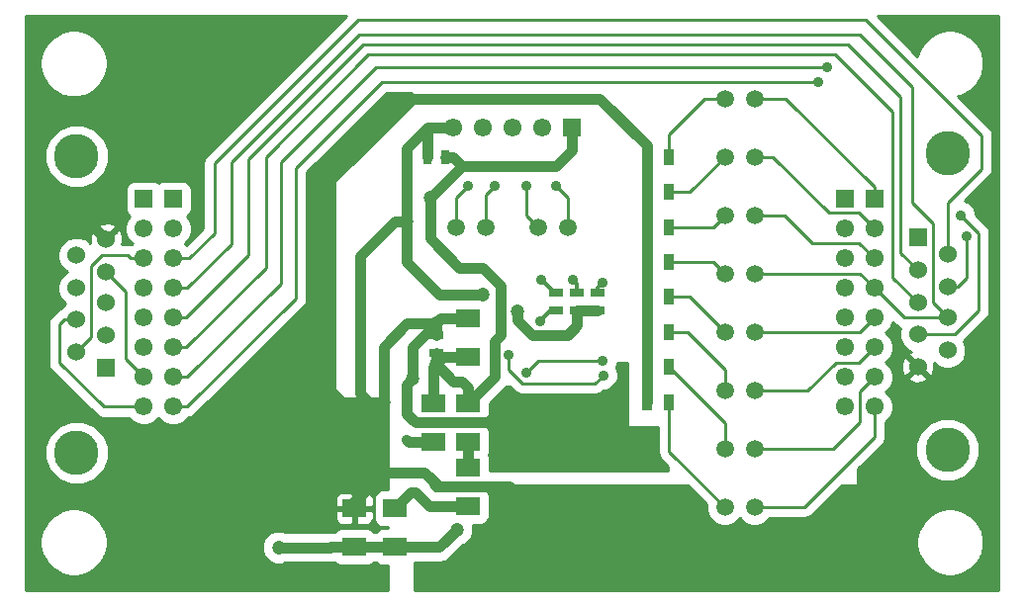
<source format=gtl>
G04 (created by PCBNEW (2013-jul-07)-stable) date nie, 28 cze 2015, 22:06:29*
%MOIN*%
G04 Gerber Fmt 3.4, Leading zero omitted, Abs format*
%FSLAX34Y34*%
G01*
G70*
G90*
G04 APERTURE LIST*
%ADD10C,0.00590551*%
%ADD11R,0.08X0.06*%
%ADD12R,0.035X0.055*%
%ADD13R,0.045X0.025*%
%ADD14C,0.0590551*%
%ADD15C,0.15*%
%ADD16R,0.06X0.06*%
%ADD17C,0.06*%
%ADD18R,0.0590551X0.0590551*%
%ADD19C,0.0610236*%
%ADD20R,0.0610236X0.0610236*%
%ADD21R,0.025X0.045*%
%ADD22C,0.0472441*%
%ADD23C,0.0354331*%
%ADD24C,0.038*%
%ADD25C,0.01*%
%ADD26C,0.014*%
G04 APERTURE END LIST*
G54D10*
G54D11*
X68799Y-28307D03*
X68799Y-27007D03*
G54D12*
X75571Y-16535D03*
X74821Y-16535D03*
X75571Y-17716D03*
X74821Y-17716D03*
X75571Y-18897D03*
X74821Y-18897D03*
X75571Y-20078D03*
X74821Y-20078D03*
X75571Y-23622D03*
X74821Y-23622D03*
G54D13*
X67716Y-22534D03*
X67716Y-23134D03*
G54D14*
X77452Y-22440D03*
X78452Y-22440D03*
X77452Y-14566D03*
X78452Y-14566D03*
X77452Y-16535D03*
X78452Y-16535D03*
X77452Y-18503D03*
X78452Y-18503D03*
X77452Y-26377D03*
X78452Y-26377D03*
X77452Y-20472D03*
X78452Y-20472D03*
X77452Y-28346D03*
X78452Y-28346D03*
X77452Y-24409D03*
X78452Y-24409D03*
G54D15*
X55602Y-26506D03*
X55602Y-16506D03*
G54D16*
X56602Y-23656D03*
G54D17*
X56602Y-22556D03*
X56602Y-21456D03*
X56602Y-20406D03*
X56602Y-19306D03*
X55602Y-19856D03*
X55602Y-20956D03*
X55602Y-22006D03*
X55602Y-23106D03*
G54D11*
X68799Y-23287D03*
X68799Y-21987D03*
G54D13*
X72466Y-21116D03*
X72466Y-21716D03*
X73166Y-21716D03*
X73166Y-21116D03*
X71766Y-21116D03*
X71766Y-21716D03*
G54D15*
X84948Y-16406D03*
X84948Y-26406D03*
G54D16*
X83948Y-19256D03*
G54D17*
X83948Y-20356D03*
X83948Y-21456D03*
X83948Y-22506D03*
X83948Y-23606D03*
X84948Y-23056D03*
X84948Y-21956D03*
X84948Y-20906D03*
X84948Y-19806D03*
G54D18*
X81496Y-17956D03*
G54D19*
X81496Y-18956D03*
X81496Y-19956D03*
X81496Y-20956D03*
X81496Y-21956D03*
X81496Y-22956D03*
X81496Y-23956D03*
X81496Y-24956D03*
G54D18*
X58858Y-17956D03*
G54D19*
X58858Y-18956D03*
X58858Y-19956D03*
X58858Y-20956D03*
X58858Y-21956D03*
X58858Y-22956D03*
X58858Y-23956D03*
X58858Y-24956D03*
G54D18*
X57874Y-17956D03*
G54D19*
X57874Y-18956D03*
X57874Y-19956D03*
X57874Y-20956D03*
X57874Y-21956D03*
X57874Y-22956D03*
X57874Y-23956D03*
X57874Y-24956D03*
G54D18*
X82480Y-17956D03*
G54D19*
X82480Y-18956D03*
X82480Y-19956D03*
X82480Y-20956D03*
X82480Y-21956D03*
X82480Y-22956D03*
X82480Y-23956D03*
X82480Y-24956D03*
G54D20*
X72283Y-15551D03*
G54D19*
X71283Y-15551D03*
X70283Y-15551D03*
X69283Y-15551D03*
X68283Y-15551D03*
G54D12*
X75571Y-24803D03*
X74821Y-24803D03*
X75571Y-21259D03*
X74821Y-21259D03*
X75571Y-22440D03*
X74821Y-22440D03*
G54D11*
X66338Y-29685D03*
X66338Y-28385D03*
X67618Y-24842D03*
X67618Y-26142D03*
X64960Y-28385D03*
X64960Y-29685D03*
G54D14*
X69397Y-18897D03*
X68397Y-18897D03*
X71153Y-18897D03*
X72153Y-18897D03*
G54D11*
X68799Y-26142D03*
X68799Y-24842D03*
G54D21*
X67416Y-16535D03*
X68016Y-16535D03*
G54D22*
X67519Y-17913D03*
X67716Y-23523D03*
G54D23*
X66732Y-26082D03*
X85400Y-18500D03*
X80900Y-13500D03*
X80600Y-14000D03*
X85600Y-19200D03*
X71751Y-17519D03*
X68799Y-17519D03*
X70167Y-23198D03*
X73346Y-23897D03*
X73326Y-23425D03*
X70767Y-23818D03*
G54D22*
X59842Y-28346D03*
X60629Y-25590D03*
X61811Y-25196D03*
X71259Y-28740D03*
X73129Y-25492D03*
X69291Y-21161D03*
X70472Y-21751D03*
X66732Y-18700D03*
X65944Y-24803D03*
X66929Y-24015D03*
X67716Y-22145D03*
G54D23*
X71266Y-20666D03*
X72322Y-20669D03*
X70767Y-17519D03*
X69685Y-17519D03*
G54D22*
X62412Y-29700D03*
X68412Y-29100D03*
G54D23*
X71216Y-22066D03*
X67027Y-27854D03*
X73326Y-20767D03*
G54D24*
X68016Y-16535D02*
X68307Y-16535D01*
X68307Y-16535D02*
X68602Y-16830D01*
X69685Y-22736D02*
X69685Y-23956D01*
X69685Y-22736D02*
X69881Y-22539D01*
X69291Y-20275D02*
X68503Y-20275D01*
X68503Y-20275D02*
X67519Y-19291D01*
X67519Y-17913D02*
X67519Y-19291D01*
X69881Y-20866D02*
X69291Y-20275D01*
X69881Y-22539D02*
X69881Y-20866D01*
X69685Y-23956D02*
X68799Y-24842D01*
X67716Y-23523D02*
X68307Y-24114D01*
X68307Y-24114D02*
X68602Y-24114D01*
X68602Y-24114D02*
X68799Y-24311D01*
X68799Y-24311D02*
X68799Y-24842D01*
X72283Y-15551D02*
X72283Y-16299D01*
X68602Y-16830D02*
X67519Y-17913D01*
X71751Y-16830D02*
X68602Y-16830D01*
X72283Y-16299D02*
X71751Y-16830D01*
X67716Y-23523D02*
X67618Y-23622D01*
X67618Y-23622D02*
X67618Y-24842D01*
X68799Y-23287D02*
X67952Y-23287D01*
X67952Y-23287D02*
X67716Y-23523D01*
X67716Y-23523D02*
X67716Y-23134D01*
X66791Y-26142D02*
X66732Y-26082D01*
X67618Y-26142D02*
X66791Y-26142D01*
G54D25*
X58858Y-20956D02*
X59325Y-20956D01*
X84448Y-21456D02*
X84948Y-21956D01*
X84448Y-18779D02*
X84448Y-21456D01*
X83759Y-18090D02*
X84448Y-18779D01*
X83759Y-14166D02*
X83759Y-18090D01*
X81988Y-12395D02*
X83759Y-14166D01*
X65131Y-12395D02*
X81988Y-12395D01*
X60814Y-16712D02*
X65131Y-12395D01*
X60814Y-19468D02*
X60814Y-16712D01*
X59325Y-20956D02*
X60814Y-19468D01*
X82480Y-20956D02*
X83480Y-21956D01*
X83480Y-21956D02*
X84948Y-21956D01*
X78452Y-20472D02*
X81996Y-20472D01*
X81996Y-20472D02*
X82480Y-20956D01*
X78452Y-16535D02*
X79055Y-16535D01*
X81948Y-18425D02*
X82480Y-18956D01*
X80944Y-18425D02*
X81948Y-18425D01*
X79055Y-16535D02*
X80944Y-18425D01*
X84948Y-18078D02*
X86100Y-16927D01*
X84948Y-19806D02*
X84948Y-18078D01*
X59390Y-19956D02*
X58858Y-19956D01*
X65088Y-11900D02*
X82177Y-11900D01*
X60249Y-16738D02*
X65088Y-11900D01*
X60249Y-19097D02*
X60249Y-16738D01*
X59390Y-19956D02*
X60249Y-19097D01*
X86100Y-15822D02*
X82177Y-11900D01*
X86100Y-16927D02*
X86100Y-15822D01*
X78452Y-18503D02*
X79448Y-18503D01*
X81972Y-19448D02*
X82480Y-19956D01*
X80393Y-19448D02*
X81972Y-19448D01*
X79448Y-18503D02*
X80393Y-19448D01*
X57874Y-19956D02*
X57437Y-19956D01*
X56102Y-22606D02*
X55602Y-23106D01*
X56102Y-20216D02*
X56102Y-22606D01*
X56476Y-19842D02*
X56102Y-20216D01*
X57322Y-19842D02*
X56476Y-19842D01*
X57437Y-19956D02*
X57322Y-19842D01*
X58858Y-23956D02*
X59343Y-23956D01*
X85193Y-22506D02*
X83948Y-22506D01*
X86000Y-21700D02*
X85193Y-22506D01*
X86000Y-19100D02*
X86000Y-21700D01*
X85400Y-18500D02*
X86000Y-19100D01*
X65700Y-13500D02*
X80900Y-13500D01*
X62500Y-16700D02*
X65700Y-13500D01*
X62500Y-20800D02*
X62500Y-16700D01*
X59343Y-23956D02*
X62500Y-20800D01*
X78452Y-26377D02*
X81102Y-26377D01*
X81988Y-24448D02*
X82480Y-23956D01*
X81988Y-25492D02*
X81988Y-24448D01*
X81102Y-26377D02*
X81988Y-25492D01*
X57874Y-23956D02*
X57263Y-23346D01*
X57263Y-21068D02*
X56602Y-20406D01*
X57263Y-23346D02*
X57263Y-21068D01*
X78452Y-14566D02*
X79488Y-14566D01*
X82480Y-17559D02*
X82480Y-17956D01*
X79488Y-14566D02*
X82480Y-17559D01*
X59343Y-24956D02*
X63000Y-21300D01*
X63000Y-21300D02*
X63000Y-16900D01*
X63000Y-16900D02*
X65900Y-14000D01*
X65900Y-14000D02*
X80600Y-14000D01*
X58858Y-24956D02*
X59343Y-24956D01*
X85293Y-20906D02*
X84948Y-20906D01*
X85600Y-20600D02*
X85293Y-20906D01*
X85600Y-19200D02*
X85600Y-20600D01*
X85600Y-19200D02*
X85600Y-19200D01*
X78452Y-28346D02*
X80118Y-28346D01*
X82480Y-25984D02*
X82480Y-24956D01*
X80118Y-28346D02*
X82480Y-25984D01*
X55602Y-22006D02*
X55198Y-22006D01*
X56511Y-24956D02*
X57874Y-24956D01*
X55019Y-23464D02*
X56511Y-24956D01*
X55019Y-22185D02*
X55019Y-23464D01*
X55198Y-22006D02*
X55019Y-22185D01*
X72153Y-18897D02*
X72153Y-17921D01*
X72153Y-17921D02*
X71751Y-17519D01*
X83948Y-20356D02*
X83367Y-19775D01*
X59299Y-21956D02*
X58858Y-21956D01*
X61401Y-19854D02*
X59299Y-21956D01*
X61401Y-16604D02*
X61401Y-19854D01*
X65262Y-12743D02*
X61401Y-16604D01*
X81604Y-12743D02*
X65262Y-12743D01*
X83367Y-14506D02*
X81604Y-12743D01*
X83367Y-19775D02*
X83367Y-14506D01*
X78452Y-22440D02*
X81996Y-22440D01*
X81996Y-22440D02*
X82480Y-21956D01*
X68397Y-17921D02*
X68397Y-18897D01*
X68799Y-17519D02*
X68397Y-17921D01*
X70167Y-23198D02*
X70167Y-23710D01*
X73070Y-24173D02*
X73346Y-23897D01*
X70629Y-24173D02*
X73070Y-24173D01*
X70167Y-23710D02*
X70629Y-24173D01*
X71161Y-23425D02*
X73326Y-23425D01*
X70767Y-23818D02*
X71161Y-23425D01*
X65438Y-13076D02*
X81176Y-13076D01*
X59307Y-22956D02*
X61987Y-20277D01*
X61987Y-20277D02*
X61987Y-16527D01*
X61987Y-16527D02*
X65438Y-13076D01*
X58858Y-22956D02*
X59307Y-22956D01*
X83100Y-20607D02*
X83948Y-21456D01*
X83100Y-15000D02*
X83100Y-20607D01*
X81176Y-13076D02*
X83100Y-15000D01*
X78452Y-24409D02*
X80236Y-24409D01*
X81972Y-23464D02*
X82480Y-22956D01*
X81181Y-23464D02*
X81972Y-23464D01*
X80236Y-24409D02*
X81181Y-23464D01*
G54D24*
X67416Y-16535D02*
X67416Y-15555D01*
X67416Y-15555D02*
X67421Y-15551D01*
X66732Y-16240D02*
X66732Y-18700D01*
X56602Y-19306D02*
X56193Y-18897D01*
X56193Y-18897D02*
X55216Y-18897D01*
X55216Y-18897D02*
X54429Y-19685D01*
X54429Y-19685D02*
X54429Y-23622D01*
X54429Y-23622D02*
X57086Y-26279D01*
X57086Y-26279D02*
X61811Y-26279D01*
X61811Y-26279D02*
X64458Y-26279D01*
X64468Y-26279D02*
X65944Y-24803D01*
X67322Y-27165D02*
X65944Y-27165D01*
X67814Y-27657D02*
X67322Y-27165D01*
X70177Y-27657D02*
X67814Y-27657D01*
X71259Y-28740D02*
X70177Y-27657D01*
X66929Y-24015D02*
X66732Y-24212D01*
X67027Y-25492D02*
X73129Y-25492D01*
X66732Y-25196D02*
X67027Y-25492D01*
X66732Y-24212D02*
X66732Y-25196D01*
X74821Y-23622D02*
X74821Y-24803D01*
X74821Y-22440D02*
X74821Y-23622D01*
X74821Y-21259D02*
X74821Y-22440D01*
X74821Y-20078D02*
X74821Y-21259D01*
X74821Y-18897D02*
X74821Y-20078D01*
X73228Y-14566D02*
X74821Y-16160D01*
X65748Y-24803D02*
X64566Y-24803D01*
X64173Y-24409D02*
X64173Y-17322D01*
X64566Y-24803D02*
X64173Y-24409D01*
X64173Y-17322D02*
X66929Y-14566D01*
X66929Y-14566D02*
X73228Y-14566D01*
X74821Y-16160D02*
X74821Y-16535D01*
X74821Y-16535D02*
X74821Y-17716D01*
X74821Y-17716D02*
X74821Y-18897D01*
X72466Y-21716D02*
X72466Y-22218D01*
X70472Y-22047D02*
X70472Y-21751D01*
X70964Y-22539D02*
X70472Y-22047D01*
X72145Y-22539D02*
X70964Y-22539D01*
X72466Y-22218D02*
X72145Y-22539D01*
X73166Y-21716D02*
X72466Y-21716D01*
X66732Y-20078D02*
X66732Y-18700D01*
X69291Y-21161D02*
X67814Y-21161D01*
X67814Y-21161D02*
X66732Y-20078D01*
X68283Y-15551D02*
X67421Y-15551D01*
X67421Y-15551D02*
X66732Y-16240D01*
X66338Y-18700D02*
X66732Y-18700D01*
X65157Y-21062D02*
X65157Y-19881D01*
X65748Y-24803D02*
X65452Y-24803D01*
X65157Y-24507D02*
X65157Y-21062D01*
X65452Y-24803D02*
X65157Y-24507D01*
X65157Y-19881D02*
X66338Y-18700D01*
X65944Y-24803D02*
X65748Y-24803D01*
X64960Y-28149D02*
X65944Y-27165D01*
X65944Y-27165D02*
X65944Y-24803D01*
X65944Y-24803D02*
X65944Y-22933D01*
X65944Y-22933D02*
X66732Y-22145D01*
X66732Y-22145D02*
X67716Y-22145D01*
X64960Y-28149D02*
X64960Y-28385D01*
X64960Y-28385D02*
X64960Y-28149D01*
X67716Y-22145D02*
X66929Y-22933D01*
X66929Y-22933D02*
X66929Y-24015D01*
X68799Y-21987D02*
X67874Y-21987D01*
X67874Y-21987D02*
X67716Y-22145D01*
X67716Y-22534D02*
X67716Y-22145D01*
G54D26*
X71766Y-21116D02*
X71716Y-21116D01*
X71716Y-21116D02*
X71266Y-20666D01*
X72466Y-21116D02*
X72466Y-20812D01*
X72466Y-20812D02*
X72322Y-20669D01*
G54D25*
X71153Y-18897D02*
X70767Y-18511D01*
X70767Y-18511D02*
X70767Y-17519D01*
X69397Y-18897D02*
X69397Y-18397D01*
X69397Y-17807D02*
X69685Y-17519D01*
X69397Y-18397D02*
X69397Y-17807D01*
X75571Y-16535D02*
X75571Y-15766D01*
X76771Y-14566D02*
X77452Y-14566D01*
X75571Y-15766D02*
X76771Y-14566D01*
X75571Y-17716D02*
X76271Y-17716D01*
X76271Y-17716D02*
X77452Y-16535D01*
X75571Y-18897D02*
X77059Y-18897D01*
X77059Y-18897D02*
X77452Y-18503D01*
X75571Y-23622D02*
X77452Y-25502D01*
X77452Y-25502D02*
X77452Y-26377D01*
X75571Y-24803D02*
X75571Y-26465D01*
X75571Y-26465D02*
X77452Y-28346D01*
X75571Y-21259D02*
X76271Y-21259D01*
X76271Y-21259D02*
X77452Y-22440D01*
G54D24*
X68799Y-27007D02*
X68799Y-26142D01*
X62412Y-29700D02*
X64148Y-29700D01*
X64163Y-29685D02*
X64960Y-29685D01*
X64148Y-29700D02*
X64163Y-29685D01*
X66338Y-29685D02*
X67827Y-29685D01*
X67827Y-29685D02*
X68412Y-29100D01*
X64960Y-29685D02*
X65590Y-29685D01*
X65590Y-29685D02*
X66338Y-29685D01*
G54D25*
X75571Y-22440D02*
X76181Y-22440D01*
X77452Y-23712D02*
X77452Y-24409D01*
X76181Y-22440D02*
X77452Y-23712D01*
G54D26*
X71766Y-21716D02*
X71566Y-21716D01*
X71566Y-21716D02*
X71216Y-22066D01*
G54D24*
X67027Y-27854D02*
X67480Y-28307D01*
X67480Y-28307D02*
X68799Y-28307D01*
X66338Y-28385D02*
X66869Y-27854D01*
X66869Y-27854D02*
X67027Y-27854D01*
G54D25*
X75571Y-20078D02*
X77059Y-20078D01*
X77059Y-20078D02*
X77452Y-20472D01*
G54D26*
X73166Y-21116D02*
X73166Y-20927D01*
X73166Y-20927D02*
X73326Y-20767D01*
G54D10*
G36*
X66879Y-14546D02*
X64123Y-17302D01*
X64123Y-24430D01*
X64546Y-24853D01*
X66091Y-24853D01*
X66091Y-27759D01*
X65874Y-27759D01*
X65754Y-27809D01*
X65662Y-27900D01*
X65613Y-28020D01*
X65612Y-28149D01*
X65612Y-28749D01*
X65662Y-28869D01*
X65753Y-28961D01*
X65873Y-29010D01*
X66003Y-29011D01*
X66091Y-29011D01*
X66091Y-29059D01*
X65874Y-29059D01*
X65754Y-29109D01*
X65693Y-29169D01*
X65610Y-29169D01*
X65610Y-28734D01*
X65610Y-28035D01*
X65572Y-27944D01*
X65502Y-27873D01*
X65410Y-27835D01*
X65311Y-27835D01*
X65073Y-27835D01*
X65010Y-27897D01*
X65010Y-28335D01*
X65548Y-28335D01*
X65610Y-28272D01*
X65610Y-28035D01*
X65610Y-28734D01*
X65610Y-28497D01*
X65548Y-28435D01*
X65010Y-28435D01*
X65010Y-28872D01*
X65073Y-28935D01*
X65311Y-28935D01*
X65410Y-28935D01*
X65502Y-28897D01*
X65572Y-28826D01*
X65610Y-28734D01*
X65610Y-29169D01*
X65605Y-29169D01*
X65545Y-29109D01*
X65425Y-29059D01*
X65296Y-29059D01*
X64910Y-29059D01*
X64910Y-28872D01*
X64910Y-28435D01*
X64910Y-28335D01*
X64910Y-27897D01*
X64848Y-27835D01*
X64610Y-27835D01*
X64510Y-27835D01*
X64418Y-27873D01*
X64348Y-27944D01*
X64310Y-28035D01*
X64310Y-28272D01*
X64373Y-28335D01*
X64910Y-28335D01*
X64910Y-28435D01*
X64373Y-28435D01*
X64310Y-28497D01*
X64310Y-28734D01*
X64348Y-28826D01*
X64418Y-28897D01*
X64510Y-28935D01*
X64610Y-28935D01*
X64848Y-28935D01*
X64910Y-28872D01*
X64910Y-29059D01*
X64496Y-29059D01*
X64376Y-29109D01*
X64315Y-29169D01*
X64163Y-29169D01*
X64090Y-29184D01*
X62636Y-29184D01*
X62525Y-29138D01*
X62301Y-29138D01*
X62095Y-29223D01*
X61936Y-29381D01*
X61851Y-29587D01*
X61851Y-29811D01*
X61936Y-30017D01*
X62094Y-30176D01*
X62300Y-30261D01*
X62524Y-30261D01*
X62636Y-30215D01*
X64148Y-30215D01*
X64222Y-30201D01*
X64315Y-30201D01*
X64375Y-30261D01*
X64495Y-30310D01*
X64625Y-30311D01*
X65425Y-30311D01*
X65544Y-30261D01*
X65605Y-30201D01*
X65693Y-30201D01*
X65753Y-30261D01*
X65873Y-30310D01*
X66003Y-30311D01*
X66091Y-30311D01*
X66091Y-31140D01*
X56678Y-31140D01*
X56678Y-26293D01*
X56514Y-25898D01*
X56212Y-25595D01*
X55817Y-25431D01*
X55389Y-25430D01*
X54993Y-25594D01*
X54691Y-25896D01*
X54526Y-26291D01*
X54526Y-26719D01*
X54689Y-27115D01*
X54992Y-27418D01*
X55387Y-27582D01*
X55815Y-27582D01*
X56210Y-27419D01*
X56513Y-27116D01*
X56677Y-26721D01*
X56678Y-26293D01*
X56678Y-31140D01*
X56647Y-31140D01*
X56647Y-29596D01*
X56647Y-29527D01*
X56647Y-29458D01*
X56647Y-29458D01*
X56647Y-29457D01*
X56587Y-29156D01*
X56534Y-29028D01*
X56533Y-29027D01*
X56364Y-28774D01*
X56363Y-28773D01*
X56265Y-28675D01*
X56010Y-28504D01*
X55882Y-28451D01*
X55880Y-28451D01*
X55581Y-28392D01*
X55580Y-28391D01*
X55442Y-28391D01*
X55140Y-28451D01*
X55012Y-28504D01*
X55011Y-28505D01*
X54758Y-28675D01*
X54757Y-28675D01*
X54659Y-28773D01*
X54488Y-29029D01*
X54435Y-29157D01*
X54435Y-29158D01*
X54376Y-29457D01*
X54376Y-29458D01*
X54376Y-29458D01*
X54376Y-29527D01*
X54376Y-29596D01*
X54376Y-29596D01*
X54376Y-29597D01*
X54435Y-29896D01*
X54435Y-29897D01*
X54488Y-30025D01*
X54659Y-30281D01*
X54757Y-30379D01*
X54758Y-30380D01*
X55011Y-30549D01*
X55012Y-30550D01*
X55140Y-30603D01*
X55442Y-30663D01*
X55580Y-30663D01*
X55581Y-30663D01*
X55880Y-30603D01*
X55882Y-30603D01*
X56010Y-30550D01*
X56265Y-30380D01*
X56363Y-30282D01*
X56364Y-30280D01*
X56533Y-30027D01*
X56534Y-30026D01*
X56587Y-29898D01*
X56647Y-29597D01*
X56647Y-29596D01*
X56647Y-29596D01*
X56647Y-31140D01*
X53898Y-31140D01*
X53898Y-11772D01*
X64684Y-11772D01*
X59984Y-16473D01*
X59902Y-16594D01*
X59874Y-16738D01*
X59874Y-18942D01*
X59304Y-19511D01*
X59250Y-19456D01*
X59392Y-19314D01*
X59488Y-19082D01*
X59489Y-18831D01*
X59393Y-18599D01*
X59326Y-18532D01*
X59337Y-18528D01*
X59429Y-18436D01*
X59479Y-18317D01*
X59479Y-18187D01*
X59479Y-17596D01*
X59429Y-17477D01*
X59338Y-17385D01*
X59218Y-17335D01*
X59089Y-17335D01*
X58498Y-17335D01*
X58378Y-17385D01*
X58366Y-17397D01*
X58353Y-17385D01*
X58234Y-17335D01*
X58104Y-17335D01*
X57514Y-17335D01*
X57394Y-17385D01*
X57302Y-17476D01*
X57253Y-17596D01*
X57253Y-17725D01*
X57253Y-18316D01*
X57302Y-18436D01*
X57394Y-18527D01*
X57405Y-18532D01*
X57339Y-18598D01*
X57243Y-18830D01*
X57243Y-19081D01*
X57339Y-19313D01*
X57482Y-19456D01*
X57447Y-19491D01*
X57322Y-19466D01*
X57129Y-19466D01*
X57157Y-19388D01*
X57146Y-19169D01*
X57083Y-19018D01*
X56988Y-18991D01*
X56917Y-19062D01*
X56917Y-18920D01*
X56890Y-18825D01*
X56684Y-18751D01*
X56678Y-18752D01*
X56678Y-16293D01*
X56647Y-16220D01*
X56647Y-13454D01*
X56647Y-13385D01*
X56647Y-13316D01*
X56647Y-13316D01*
X56647Y-13316D01*
X56587Y-13014D01*
X56534Y-12886D01*
X56533Y-12885D01*
X56364Y-12632D01*
X56363Y-12631D01*
X56265Y-12533D01*
X56010Y-12362D01*
X55882Y-12310D01*
X55880Y-12310D01*
X55581Y-12250D01*
X55580Y-12249D01*
X55442Y-12249D01*
X55140Y-12310D01*
X55012Y-12363D01*
X55011Y-12364D01*
X54758Y-12533D01*
X54757Y-12533D01*
X54659Y-12631D01*
X54488Y-12887D01*
X54435Y-13015D01*
X54435Y-13016D01*
X54376Y-13316D01*
X54376Y-13316D01*
X54376Y-13316D01*
X54376Y-13385D01*
X54376Y-13454D01*
X54376Y-13455D01*
X54376Y-13455D01*
X54435Y-13754D01*
X54435Y-13756D01*
X54488Y-13884D01*
X54659Y-14139D01*
X54757Y-14237D01*
X54758Y-14238D01*
X55011Y-14407D01*
X55012Y-14408D01*
X55140Y-14461D01*
X55442Y-14521D01*
X55580Y-14521D01*
X55581Y-14521D01*
X55880Y-14461D01*
X55882Y-14461D01*
X56010Y-14408D01*
X56265Y-14238D01*
X56363Y-14140D01*
X56364Y-14139D01*
X56533Y-13885D01*
X56534Y-13884D01*
X56587Y-13756D01*
X56647Y-13455D01*
X56647Y-13455D01*
X56647Y-13454D01*
X56647Y-16220D01*
X56514Y-15898D01*
X56212Y-15595D01*
X55817Y-15431D01*
X55389Y-15430D01*
X54993Y-15594D01*
X54691Y-15896D01*
X54526Y-16291D01*
X54526Y-16719D01*
X54689Y-17115D01*
X54992Y-17418D01*
X55387Y-17582D01*
X55815Y-17582D01*
X56210Y-17419D01*
X56513Y-17116D01*
X56677Y-16721D01*
X56678Y-16293D01*
X56678Y-18752D01*
X56465Y-18762D01*
X56314Y-18825D01*
X56287Y-18920D01*
X56602Y-19235D01*
X56917Y-18920D01*
X56917Y-19062D01*
X56673Y-19306D01*
X56678Y-19312D01*
X56607Y-19382D01*
X56602Y-19377D01*
X56596Y-19382D01*
X56526Y-19312D01*
X56531Y-19306D01*
X56216Y-18991D01*
X56121Y-19018D01*
X56047Y-19224D01*
X56057Y-19427D01*
X55957Y-19326D01*
X55727Y-19231D01*
X55478Y-19230D01*
X55248Y-19326D01*
X55072Y-19501D01*
X54976Y-19731D01*
X54976Y-19980D01*
X55071Y-20210D01*
X55247Y-20386D01*
X55295Y-20406D01*
X55248Y-20426D01*
X55072Y-20601D01*
X54976Y-20831D01*
X54976Y-21080D01*
X55071Y-21310D01*
X55242Y-21481D01*
X55072Y-21651D01*
X55070Y-21656D01*
X55054Y-21659D01*
X54932Y-21741D01*
X54932Y-21741D01*
X54754Y-21919D01*
X54672Y-22041D01*
X54644Y-22185D01*
X54644Y-23464D01*
X54672Y-23608D01*
X54754Y-23730D01*
X56246Y-25222D01*
X56368Y-25303D01*
X56511Y-25332D01*
X57357Y-25332D01*
X57516Y-25491D01*
X57748Y-25587D01*
X57998Y-25587D01*
X58230Y-25491D01*
X58366Y-25356D01*
X58500Y-25491D01*
X58732Y-25587D01*
X58983Y-25587D01*
X59215Y-25491D01*
X59382Y-25324D01*
X59487Y-25303D01*
X59608Y-25222D01*
X63265Y-21565D01*
X63265Y-21565D01*
X63265Y-21565D01*
X63347Y-21443D01*
X63375Y-21300D01*
X63375Y-17055D01*
X66055Y-14375D01*
X66879Y-14375D01*
X66879Y-14546D01*
X66879Y-14546D01*
G37*
G54D25*
X66879Y-14546D02*
X64123Y-17302D01*
X64123Y-24430D01*
X64546Y-24853D01*
X66091Y-24853D01*
X66091Y-27759D01*
X65874Y-27759D01*
X65754Y-27809D01*
X65662Y-27900D01*
X65613Y-28020D01*
X65612Y-28149D01*
X65612Y-28749D01*
X65662Y-28869D01*
X65753Y-28961D01*
X65873Y-29010D01*
X66003Y-29011D01*
X66091Y-29011D01*
X66091Y-29059D01*
X65874Y-29059D01*
X65754Y-29109D01*
X65693Y-29169D01*
X65610Y-29169D01*
X65610Y-28734D01*
X65610Y-28035D01*
X65572Y-27944D01*
X65502Y-27873D01*
X65410Y-27835D01*
X65311Y-27835D01*
X65073Y-27835D01*
X65010Y-27897D01*
X65010Y-28335D01*
X65548Y-28335D01*
X65610Y-28272D01*
X65610Y-28035D01*
X65610Y-28734D01*
X65610Y-28497D01*
X65548Y-28435D01*
X65010Y-28435D01*
X65010Y-28872D01*
X65073Y-28935D01*
X65311Y-28935D01*
X65410Y-28935D01*
X65502Y-28897D01*
X65572Y-28826D01*
X65610Y-28734D01*
X65610Y-29169D01*
X65605Y-29169D01*
X65545Y-29109D01*
X65425Y-29059D01*
X65296Y-29059D01*
X64910Y-29059D01*
X64910Y-28872D01*
X64910Y-28435D01*
X64910Y-28335D01*
X64910Y-27897D01*
X64848Y-27835D01*
X64610Y-27835D01*
X64510Y-27835D01*
X64418Y-27873D01*
X64348Y-27944D01*
X64310Y-28035D01*
X64310Y-28272D01*
X64373Y-28335D01*
X64910Y-28335D01*
X64910Y-28435D01*
X64373Y-28435D01*
X64310Y-28497D01*
X64310Y-28734D01*
X64348Y-28826D01*
X64418Y-28897D01*
X64510Y-28935D01*
X64610Y-28935D01*
X64848Y-28935D01*
X64910Y-28872D01*
X64910Y-29059D01*
X64496Y-29059D01*
X64376Y-29109D01*
X64315Y-29169D01*
X64163Y-29169D01*
X64090Y-29184D01*
X62636Y-29184D01*
X62525Y-29138D01*
X62301Y-29138D01*
X62095Y-29223D01*
X61936Y-29381D01*
X61851Y-29587D01*
X61851Y-29811D01*
X61936Y-30017D01*
X62094Y-30176D01*
X62300Y-30261D01*
X62524Y-30261D01*
X62636Y-30215D01*
X64148Y-30215D01*
X64222Y-30201D01*
X64315Y-30201D01*
X64375Y-30261D01*
X64495Y-30310D01*
X64625Y-30311D01*
X65425Y-30311D01*
X65544Y-30261D01*
X65605Y-30201D01*
X65693Y-30201D01*
X65753Y-30261D01*
X65873Y-30310D01*
X66003Y-30311D01*
X66091Y-30311D01*
X66091Y-31140D01*
X56678Y-31140D01*
X56678Y-26293D01*
X56514Y-25898D01*
X56212Y-25595D01*
X55817Y-25431D01*
X55389Y-25430D01*
X54993Y-25594D01*
X54691Y-25896D01*
X54526Y-26291D01*
X54526Y-26719D01*
X54689Y-27115D01*
X54992Y-27418D01*
X55387Y-27582D01*
X55815Y-27582D01*
X56210Y-27419D01*
X56513Y-27116D01*
X56677Y-26721D01*
X56678Y-26293D01*
X56678Y-31140D01*
X56647Y-31140D01*
X56647Y-29596D01*
X56647Y-29527D01*
X56647Y-29458D01*
X56647Y-29458D01*
X56647Y-29457D01*
X56587Y-29156D01*
X56534Y-29028D01*
X56533Y-29027D01*
X56364Y-28774D01*
X56363Y-28773D01*
X56265Y-28675D01*
X56010Y-28504D01*
X55882Y-28451D01*
X55880Y-28451D01*
X55581Y-28392D01*
X55580Y-28391D01*
X55442Y-28391D01*
X55140Y-28451D01*
X55012Y-28504D01*
X55011Y-28505D01*
X54758Y-28675D01*
X54757Y-28675D01*
X54659Y-28773D01*
X54488Y-29029D01*
X54435Y-29157D01*
X54435Y-29158D01*
X54376Y-29457D01*
X54376Y-29458D01*
X54376Y-29458D01*
X54376Y-29527D01*
X54376Y-29596D01*
X54376Y-29596D01*
X54376Y-29597D01*
X54435Y-29896D01*
X54435Y-29897D01*
X54488Y-30025D01*
X54659Y-30281D01*
X54757Y-30379D01*
X54758Y-30380D01*
X55011Y-30549D01*
X55012Y-30550D01*
X55140Y-30603D01*
X55442Y-30663D01*
X55580Y-30663D01*
X55581Y-30663D01*
X55880Y-30603D01*
X55882Y-30603D01*
X56010Y-30550D01*
X56265Y-30380D01*
X56363Y-30282D01*
X56364Y-30280D01*
X56533Y-30027D01*
X56534Y-30026D01*
X56587Y-29898D01*
X56647Y-29597D01*
X56647Y-29596D01*
X56647Y-29596D01*
X56647Y-31140D01*
X53898Y-31140D01*
X53898Y-11772D01*
X64684Y-11772D01*
X59984Y-16473D01*
X59902Y-16594D01*
X59874Y-16738D01*
X59874Y-18942D01*
X59304Y-19511D01*
X59250Y-19456D01*
X59392Y-19314D01*
X59488Y-19082D01*
X59489Y-18831D01*
X59393Y-18599D01*
X59326Y-18532D01*
X59337Y-18528D01*
X59429Y-18436D01*
X59479Y-18317D01*
X59479Y-18187D01*
X59479Y-17596D01*
X59429Y-17477D01*
X59338Y-17385D01*
X59218Y-17335D01*
X59089Y-17335D01*
X58498Y-17335D01*
X58378Y-17385D01*
X58366Y-17397D01*
X58353Y-17385D01*
X58234Y-17335D01*
X58104Y-17335D01*
X57514Y-17335D01*
X57394Y-17385D01*
X57302Y-17476D01*
X57253Y-17596D01*
X57253Y-17725D01*
X57253Y-18316D01*
X57302Y-18436D01*
X57394Y-18527D01*
X57405Y-18532D01*
X57339Y-18598D01*
X57243Y-18830D01*
X57243Y-19081D01*
X57339Y-19313D01*
X57482Y-19456D01*
X57447Y-19491D01*
X57322Y-19466D01*
X57129Y-19466D01*
X57157Y-19388D01*
X57146Y-19169D01*
X57083Y-19018D01*
X56988Y-18991D01*
X56917Y-19062D01*
X56917Y-18920D01*
X56890Y-18825D01*
X56684Y-18751D01*
X56678Y-18752D01*
X56678Y-16293D01*
X56647Y-16220D01*
X56647Y-13454D01*
X56647Y-13385D01*
X56647Y-13316D01*
X56647Y-13316D01*
X56647Y-13316D01*
X56587Y-13014D01*
X56534Y-12886D01*
X56533Y-12885D01*
X56364Y-12632D01*
X56363Y-12631D01*
X56265Y-12533D01*
X56010Y-12362D01*
X55882Y-12310D01*
X55880Y-12310D01*
X55581Y-12250D01*
X55580Y-12249D01*
X55442Y-12249D01*
X55140Y-12310D01*
X55012Y-12363D01*
X55011Y-12364D01*
X54758Y-12533D01*
X54757Y-12533D01*
X54659Y-12631D01*
X54488Y-12887D01*
X54435Y-13015D01*
X54435Y-13016D01*
X54376Y-13316D01*
X54376Y-13316D01*
X54376Y-13316D01*
X54376Y-13385D01*
X54376Y-13454D01*
X54376Y-13455D01*
X54376Y-13455D01*
X54435Y-13754D01*
X54435Y-13756D01*
X54488Y-13884D01*
X54659Y-14139D01*
X54757Y-14237D01*
X54758Y-14238D01*
X55011Y-14407D01*
X55012Y-14408D01*
X55140Y-14461D01*
X55442Y-14521D01*
X55580Y-14521D01*
X55581Y-14521D01*
X55880Y-14461D01*
X55882Y-14461D01*
X56010Y-14408D01*
X56265Y-14238D01*
X56363Y-14140D01*
X56364Y-14139D01*
X56533Y-13885D01*
X56534Y-13884D01*
X56587Y-13756D01*
X56647Y-13455D01*
X56647Y-13455D01*
X56647Y-13454D01*
X56647Y-16220D01*
X56514Y-15898D01*
X56212Y-15595D01*
X55817Y-15431D01*
X55389Y-15430D01*
X54993Y-15594D01*
X54691Y-15896D01*
X54526Y-16291D01*
X54526Y-16719D01*
X54689Y-17115D01*
X54992Y-17418D01*
X55387Y-17582D01*
X55815Y-17582D01*
X56210Y-17419D01*
X56513Y-17116D01*
X56677Y-16721D01*
X56678Y-16293D01*
X56678Y-18752D01*
X56465Y-18762D01*
X56314Y-18825D01*
X56287Y-18920D01*
X56602Y-19235D01*
X56917Y-18920D01*
X56917Y-19062D01*
X56673Y-19306D01*
X56678Y-19312D01*
X56607Y-19382D01*
X56602Y-19377D01*
X56596Y-19382D01*
X56526Y-19312D01*
X56531Y-19306D01*
X56216Y-18991D01*
X56121Y-19018D01*
X56047Y-19224D01*
X56057Y-19427D01*
X55957Y-19326D01*
X55727Y-19231D01*
X55478Y-19230D01*
X55248Y-19326D01*
X55072Y-19501D01*
X54976Y-19731D01*
X54976Y-19980D01*
X55071Y-20210D01*
X55247Y-20386D01*
X55295Y-20406D01*
X55248Y-20426D01*
X55072Y-20601D01*
X54976Y-20831D01*
X54976Y-21080D01*
X55071Y-21310D01*
X55242Y-21481D01*
X55072Y-21651D01*
X55070Y-21656D01*
X55054Y-21659D01*
X54932Y-21741D01*
X54932Y-21741D01*
X54754Y-21919D01*
X54672Y-22041D01*
X54644Y-22185D01*
X54644Y-23464D01*
X54672Y-23608D01*
X54754Y-23730D01*
X56246Y-25222D01*
X56368Y-25303D01*
X56511Y-25332D01*
X57357Y-25332D01*
X57516Y-25491D01*
X57748Y-25587D01*
X57998Y-25587D01*
X58230Y-25491D01*
X58366Y-25356D01*
X58500Y-25491D01*
X58732Y-25587D01*
X58983Y-25587D01*
X59215Y-25491D01*
X59382Y-25324D01*
X59487Y-25303D01*
X59608Y-25222D01*
X63265Y-21565D01*
X63265Y-21565D01*
X63265Y-21565D01*
X63347Y-21443D01*
X63375Y-21300D01*
X63375Y-17055D01*
X66055Y-14375D01*
X66879Y-14375D01*
X66879Y-14546D01*
G54D10*
G36*
X86652Y-31140D02*
X86175Y-31140D01*
X86175Y-29596D01*
X86175Y-29527D01*
X86175Y-29458D01*
X86175Y-29458D01*
X86175Y-29457D01*
X86115Y-29156D01*
X86061Y-29028D01*
X86060Y-29027D01*
X86024Y-28973D01*
X86024Y-26193D01*
X85861Y-25798D01*
X85558Y-25495D01*
X85163Y-25331D01*
X84735Y-25330D01*
X84340Y-25494D01*
X84264Y-25570D01*
X84264Y-23992D01*
X83948Y-23677D01*
X83878Y-23748D01*
X83878Y-23606D01*
X83562Y-23291D01*
X83467Y-23318D01*
X83394Y-23524D01*
X83404Y-23743D01*
X83467Y-23894D01*
X83562Y-23921D01*
X83878Y-23606D01*
X83878Y-23748D01*
X83633Y-23992D01*
X83660Y-24087D01*
X83867Y-24161D01*
X84085Y-24150D01*
X84236Y-24087D01*
X84264Y-23992D01*
X84264Y-25570D01*
X84037Y-25796D01*
X83873Y-26191D01*
X83873Y-26619D01*
X84036Y-27015D01*
X84338Y-27318D01*
X84733Y-27482D01*
X85161Y-27482D01*
X85557Y-27319D01*
X85860Y-27016D01*
X86024Y-26621D01*
X86024Y-26193D01*
X86024Y-28973D01*
X85891Y-28774D01*
X85891Y-28773D01*
X85793Y-28675D01*
X85537Y-28504D01*
X85409Y-28451D01*
X85408Y-28451D01*
X85109Y-28392D01*
X85108Y-28391D01*
X84969Y-28391D01*
X84668Y-28451D01*
X84540Y-28504D01*
X84539Y-28505D01*
X84285Y-28675D01*
X84284Y-28675D01*
X84186Y-28773D01*
X84016Y-29029D01*
X83963Y-29157D01*
X83963Y-29158D01*
X83903Y-29457D01*
X83903Y-29458D01*
X83903Y-29458D01*
X83903Y-29527D01*
X83903Y-29596D01*
X83903Y-29596D01*
X83903Y-29597D01*
X83963Y-29896D01*
X83963Y-29897D01*
X84016Y-30025D01*
X84186Y-30281D01*
X84284Y-30379D01*
X84285Y-30380D01*
X84539Y-30549D01*
X84540Y-30550D01*
X84668Y-30603D01*
X84969Y-30663D01*
X85108Y-30663D01*
X85109Y-30663D01*
X85408Y-30603D01*
X85409Y-30603D01*
X85537Y-30550D01*
X85793Y-30380D01*
X85891Y-30282D01*
X85891Y-30280D01*
X86060Y-30027D01*
X86061Y-30026D01*
X86115Y-29898D01*
X86175Y-29597D01*
X86175Y-29596D01*
X86175Y-29596D01*
X86175Y-31140D01*
X66979Y-31140D01*
X66979Y-30205D01*
X66983Y-30201D01*
X67827Y-30201D01*
X68024Y-30161D01*
X68024Y-30161D01*
X68192Y-30050D01*
X68619Y-29622D01*
X68730Y-29576D01*
X68888Y-29418D01*
X68974Y-29212D01*
X68974Y-28988D01*
X68951Y-28933D01*
X69263Y-28933D01*
X69383Y-28883D01*
X69475Y-28792D01*
X69524Y-28672D01*
X69524Y-28543D01*
X69524Y-27943D01*
X69475Y-27823D01*
X69383Y-27731D01*
X69264Y-27681D01*
X69134Y-27681D01*
X68334Y-27681D01*
X68215Y-27731D01*
X68154Y-27791D01*
X67694Y-27791D01*
X67511Y-27609D01*
X68276Y-27609D01*
X68334Y-27633D01*
X68463Y-27633D01*
X69263Y-27633D01*
X69321Y-27609D01*
X76184Y-27609D01*
X76831Y-28256D01*
X76831Y-28469D01*
X76926Y-28697D01*
X77100Y-28872D01*
X77328Y-28967D01*
X77575Y-28967D01*
X77803Y-28873D01*
X77952Y-28724D01*
X78100Y-28872D01*
X78328Y-28967D01*
X78575Y-28967D01*
X78803Y-28873D01*
X78955Y-28722D01*
X80118Y-28722D01*
X80261Y-28693D01*
X80383Y-28612D01*
X81386Y-27609D01*
X81939Y-27609D01*
X81939Y-27055D01*
X82745Y-26249D01*
X82827Y-26127D01*
X82855Y-25984D01*
X82855Y-25472D01*
X83014Y-25314D01*
X83110Y-25082D01*
X83111Y-24831D01*
X83015Y-24599D01*
X82872Y-24456D01*
X83014Y-24314D01*
X83110Y-24082D01*
X83111Y-23831D01*
X83015Y-23599D01*
X82872Y-23456D01*
X83014Y-23314D01*
X83110Y-23082D01*
X83111Y-22831D01*
X83015Y-22599D01*
X82872Y-22456D01*
X83014Y-22314D01*
X83100Y-22107D01*
X83214Y-22222D01*
X83336Y-22303D01*
X83354Y-22307D01*
X83323Y-22381D01*
X83323Y-22630D01*
X83418Y-22860D01*
X83593Y-23036D01*
X83734Y-23095D01*
X83660Y-23125D01*
X83633Y-23220D01*
X83948Y-23535D01*
X83954Y-23530D01*
X84025Y-23601D01*
X84019Y-23606D01*
X84334Y-23921D01*
X84430Y-23894D01*
X84503Y-23688D01*
X84493Y-23486D01*
X84593Y-23586D01*
X84823Y-23682D01*
X85072Y-23682D01*
X85302Y-23587D01*
X85478Y-23411D01*
X85574Y-23181D01*
X85574Y-22932D01*
X85493Y-22737D01*
X86265Y-21965D01*
X86265Y-21965D01*
X86265Y-21965D01*
X86347Y-21843D01*
X86375Y-21700D01*
X86375Y-19100D01*
X86347Y-18956D01*
X86265Y-18834D01*
X85902Y-18471D01*
X85902Y-18400D01*
X85826Y-18215D01*
X85685Y-18074D01*
X85543Y-18015D01*
X86365Y-17193D01*
X86447Y-17071D01*
X86475Y-16927D01*
X86475Y-15822D01*
X86447Y-15678D01*
X86365Y-15556D01*
X85293Y-14484D01*
X85408Y-14461D01*
X85409Y-14461D01*
X85537Y-14408D01*
X85793Y-14238D01*
X85891Y-14140D01*
X85891Y-14139D01*
X86060Y-13885D01*
X86061Y-13884D01*
X86115Y-13756D01*
X86175Y-13455D01*
X86175Y-13455D01*
X86175Y-13454D01*
X86175Y-13385D01*
X86175Y-13316D01*
X86175Y-13316D01*
X86175Y-13316D01*
X86115Y-13014D01*
X86061Y-12886D01*
X86060Y-12885D01*
X85891Y-12632D01*
X85891Y-12631D01*
X85793Y-12533D01*
X85537Y-12362D01*
X85409Y-12310D01*
X85408Y-12310D01*
X85109Y-12250D01*
X85108Y-12249D01*
X84969Y-12249D01*
X84668Y-12310D01*
X84540Y-12363D01*
X84539Y-12364D01*
X84285Y-12533D01*
X84284Y-12533D01*
X84186Y-12631D01*
X84016Y-12887D01*
X83963Y-13015D01*
X83963Y-13016D01*
X83940Y-13131D01*
X82581Y-11772D01*
X86652Y-11772D01*
X86652Y-31140D01*
X86652Y-31140D01*
G37*
G54D25*
X86652Y-31140D02*
X86175Y-31140D01*
X86175Y-29596D01*
X86175Y-29527D01*
X86175Y-29458D01*
X86175Y-29458D01*
X86175Y-29457D01*
X86115Y-29156D01*
X86061Y-29028D01*
X86060Y-29027D01*
X86024Y-28973D01*
X86024Y-26193D01*
X85861Y-25798D01*
X85558Y-25495D01*
X85163Y-25331D01*
X84735Y-25330D01*
X84340Y-25494D01*
X84264Y-25570D01*
X84264Y-23992D01*
X83948Y-23677D01*
X83878Y-23748D01*
X83878Y-23606D01*
X83562Y-23291D01*
X83467Y-23318D01*
X83394Y-23524D01*
X83404Y-23743D01*
X83467Y-23894D01*
X83562Y-23921D01*
X83878Y-23606D01*
X83878Y-23748D01*
X83633Y-23992D01*
X83660Y-24087D01*
X83867Y-24161D01*
X84085Y-24150D01*
X84236Y-24087D01*
X84264Y-23992D01*
X84264Y-25570D01*
X84037Y-25796D01*
X83873Y-26191D01*
X83873Y-26619D01*
X84036Y-27015D01*
X84338Y-27318D01*
X84733Y-27482D01*
X85161Y-27482D01*
X85557Y-27319D01*
X85860Y-27016D01*
X86024Y-26621D01*
X86024Y-26193D01*
X86024Y-28973D01*
X85891Y-28774D01*
X85891Y-28773D01*
X85793Y-28675D01*
X85537Y-28504D01*
X85409Y-28451D01*
X85408Y-28451D01*
X85109Y-28392D01*
X85108Y-28391D01*
X84969Y-28391D01*
X84668Y-28451D01*
X84540Y-28504D01*
X84539Y-28505D01*
X84285Y-28675D01*
X84284Y-28675D01*
X84186Y-28773D01*
X84016Y-29029D01*
X83963Y-29157D01*
X83963Y-29158D01*
X83903Y-29457D01*
X83903Y-29458D01*
X83903Y-29458D01*
X83903Y-29527D01*
X83903Y-29596D01*
X83903Y-29596D01*
X83903Y-29597D01*
X83963Y-29896D01*
X83963Y-29897D01*
X84016Y-30025D01*
X84186Y-30281D01*
X84284Y-30379D01*
X84285Y-30380D01*
X84539Y-30549D01*
X84540Y-30550D01*
X84668Y-30603D01*
X84969Y-30663D01*
X85108Y-30663D01*
X85109Y-30663D01*
X85408Y-30603D01*
X85409Y-30603D01*
X85537Y-30550D01*
X85793Y-30380D01*
X85891Y-30282D01*
X85891Y-30280D01*
X86060Y-30027D01*
X86061Y-30026D01*
X86115Y-29898D01*
X86175Y-29597D01*
X86175Y-29596D01*
X86175Y-29596D01*
X86175Y-31140D01*
X66979Y-31140D01*
X66979Y-30205D01*
X66983Y-30201D01*
X67827Y-30201D01*
X68024Y-30161D01*
X68024Y-30161D01*
X68192Y-30050D01*
X68619Y-29622D01*
X68730Y-29576D01*
X68888Y-29418D01*
X68974Y-29212D01*
X68974Y-28988D01*
X68951Y-28933D01*
X69263Y-28933D01*
X69383Y-28883D01*
X69475Y-28792D01*
X69524Y-28672D01*
X69524Y-28543D01*
X69524Y-27943D01*
X69475Y-27823D01*
X69383Y-27731D01*
X69264Y-27681D01*
X69134Y-27681D01*
X68334Y-27681D01*
X68215Y-27731D01*
X68154Y-27791D01*
X67694Y-27791D01*
X67511Y-27609D01*
X68276Y-27609D01*
X68334Y-27633D01*
X68463Y-27633D01*
X69263Y-27633D01*
X69321Y-27609D01*
X76184Y-27609D01*
X76831Y-28256D01*
X76831Y-28469D01*
X76926Y-28697D01*
X77100Y-28872D01*
X77328Y-28967D01*
X77575Y-28967D01*
X77803Y-28873D01*
X77952Y-28724D01*
X78100Y-28872D01*
X78328Y-28967D01*
X78575Y-28967D01*
X78803Y-28873D01*
X78955Y-28722D01*
X80118Y-28722D01*
X80261Y-28693D01*
X80383Y-28612D01*
X81386Y-27609D01*
X81939Y-27609D01*
X81939Y-27055D01*
X82745Y-26249D01*
X82827Y-26127D01*
X82855Y-25984D01*
X82855Y-25472D01*
X83014Y-25314D01*
X83110Y-25082D01*
X83111Y-24831D01*
X83015Y-24599D01*
X82872Y-24456D01*
X83014Y-24314D01*
X83110Y-24082D01*
X83111Y-23831D01*
X83015Y-23599D01*
X82872Y-23456D01*
X83014Y-23314D01*
X83110Y-23082D01*
X83111Y-22831D01*
X83015Y-22599D01*
X82872Y-22456D01*
X83014Y-22314D01*
X83100Y-22107D01*
X83214Y-22222D01*
X83336Y-22303D01*
X83354Y-22307D01*
X83323Y-22381D01*
X83323Y-22630D01*
X83418Y-22860D01*
X83593Y-23036D01*
X83734Y-23095D01*
X83660Y-23125D01*
X83633Y-23220D01*
X83948Y-23535D01*
X83954Y-23530D01*
X84025Y-23601D01*
X84019Y-23606D01*
X84334Y-23921D01*
X84430Y-23894D01*
X84503Y-23688D01*
X84493Y-23486D01*
X84593Y-23586D01*
X84823Y-23682D01*
X85072Y-23682D01*
X85302Y-23587D01*
X85478Y-23411D01*
X85574Y-23181D01*
X85574Y-22932D01*
X85493Y-22737D01*
X86265Y-21965D01*
X86265Y-21965D01*
X86265Y-21965D01*
X86347Y-21843D01*
X86375Y-21700D01*
X86375Y-19100D01*
X86347Y-18956D01*
X86265Y-18834D01*
X85902Y-18471D01*
X85902Y-18400D01*
X85826Y-18215D01*
X85685Y-18074D01*
X85543Y-18015D01*
X86365Y-17193D01*
X86447Y-17071D01*
X86475Y-16927D01*
X86475Y-15822D01*
X86447Y-15678D01*
X86365Y-15556D01*
X85293Y-14484D01*
X85408Y-14461D01*
X85409Y-14461D01*
X85537Y-14408D01*
X85793Y-14238D01*
X85891Y-14140D01*
X85891Y-14139D01*
X86060Y-13885D01*
X86061Y-13884D01*
X86115Y-13756D01*
X86175Y-13455D01*
X86175Y-13455D01*
X86175Y-13454D01*
X86175Y-13385D01*
X86175Y-13316D01*
X86175Y-13316D01*
X86175Y-13316D01*
X86115Y-13014D01*
X86061Y-12886D01*
X86060Y-12885D01*
X85891Y-12632D01*
X85891Y-12631D01*
X85793Y-12533D01*
X85537Y-12362D01*
X85409Y-12310D01*
X85408Y-12310D01*
X85109Y-12250D01*
X85108Y-12249D01*
X84969Y-12249D01*
X84668Y-12310D01*
X84540Y-12363D01*
X84539Y-12364D01*
X84285Y-12533D01*
X84284Y-12533D01*
X84186Y-12631D01*
X84016Y-12887D01*
X83963Y-13015D01*
X83963Y-13016D01*
X83940Y-13131D01*
X82581Y-11772D01*
X86652Y-11772D01*
X86652Y-31140D01*
G54D10*
G36*
X75540Y-27115D02*
X69524Y-27115D01*
X69524Y-26643D01*
X69496Y-26574D01*
X69524Y-26507D01*
X69524Y-26377D01*
X69524Y-25777D01*
X69475Y-25657D01*
X69383Y-25566D01*
X69264Y-25516D01*
X69134Y-25516D01*
X68334Y-25516D01*
X68215Y-25565D01*
X68208Y-25572D01*
X68202Y-25566D01*
X68083Y-25516D01*
X68010Y-25516D01*
X68067Y-25467D01*
X68082Y-25467D01*
X68202Y-25418D01*
X68208Y-25412D01*
X68214Y-25417D01*
X68334Y-25467D01*
X68463Y-25467D01*
X69263Y-25467D01*
X69383Y-25418D01*
X69475Y-25326D01*
X69524Y-25207D01*
X69524Y-25077D01*
X69524Y-24845D01*
X70049Y-24320D01*
X70088Y-24262D01*
X70188Y-24262D01*
X70364Y-24438D01*
X70364Y-24438D01*
X70486Y-24520D01*
X70486Y-24520D01*
X70601Y-24543D01*
X70629Y-24548D01*
X70629Y-24548D01*
X70629Y-24548D01*
X73070Y-24548D01*
X73214Y-24520D01*
X73336Y-24438D01*
X73374Y-24400D01*
X73446Y-24400D01*
X73630Y-24324D01*
X73772Y-24182D01*
X73849Y-23998D01*
X73849Y-23798D01*
X73782Y-23637D01*
X73829Y-23525D01*
X73829Y-23475D01*
X74162Y-23475D01*
X74162Y-25640D01*
X75196Y-25640D01*
X75196Y-26465D01*
X75224Y-26609D01*
X75306Y-26731D01*
X75540Y-26965D01*
X75540Y-27115D01*
X75540Y-27115D01*
G37*
G54D25*
X75540Y-27115D02*
X69524Y-27115D01*
X69524Y-26643D01*
X69496Y-26574D01*
X69524Y-26507D01*
X69524Y-26377D01*
X69524Y-25777D01*
X69475Y-25657D01*
X69383Y-25566D01*
X69264Y-25516D01*
X69134Y-25516D01*
X68334Y-25516D01*
X68215Y-25565D01*
X68208Y-25572D01*
X68202Y-25566D01*
X68083Y-25516D01*
X68010Y-25516D01*
X68067Y-25467D01*
X68082Y-25467D01*
X68202Y-25418D01*
X68208Y-25412D01*
X68214Y-25417D01*
X68334Y-25467D01*
X68463Y-25467D01*
X69263Y-25467D01*
X69383Y-25418D01*
X69475Y-25326D01*
X69524Y-25207D01*
X69524Y-25077D01*
X69524Y-24845D01*
X70049Y-24320D01*
X70088Y-24262D01*
X70188Y-24262D01*
X70364Y-24438D01*
X70364Y-24438D01*
X70486Y-24520D01*
X70486Y-24520D01*
X70601Y-24543D01*
X70629Y-24548D01*
X70629Y-24548D01*
X70629Y-24548D01*
X73070Y-24548D01*
X73214Y-24520D01*
X73336Y-24438D01*
X73374Y-24400D01*
X73446Y-24400D01*
X73630Y-24324D01*
X73772Y-24182D01*
X73849Y-23998D01*
X73849Y-23798D01*
X73782Y-23637D01*
X73829Y-23525D01*
X73829Y-23475D01*
X74162Y-23475D01*
X74162Y-25640D01*
X75196Y-25640D01*
X75196Y-26465D01*
X75224Y-26609D01*
X75306Y-26731D01*
X75540Y-26965D01*
X75540Y-27115D01*
M02*

</source>
